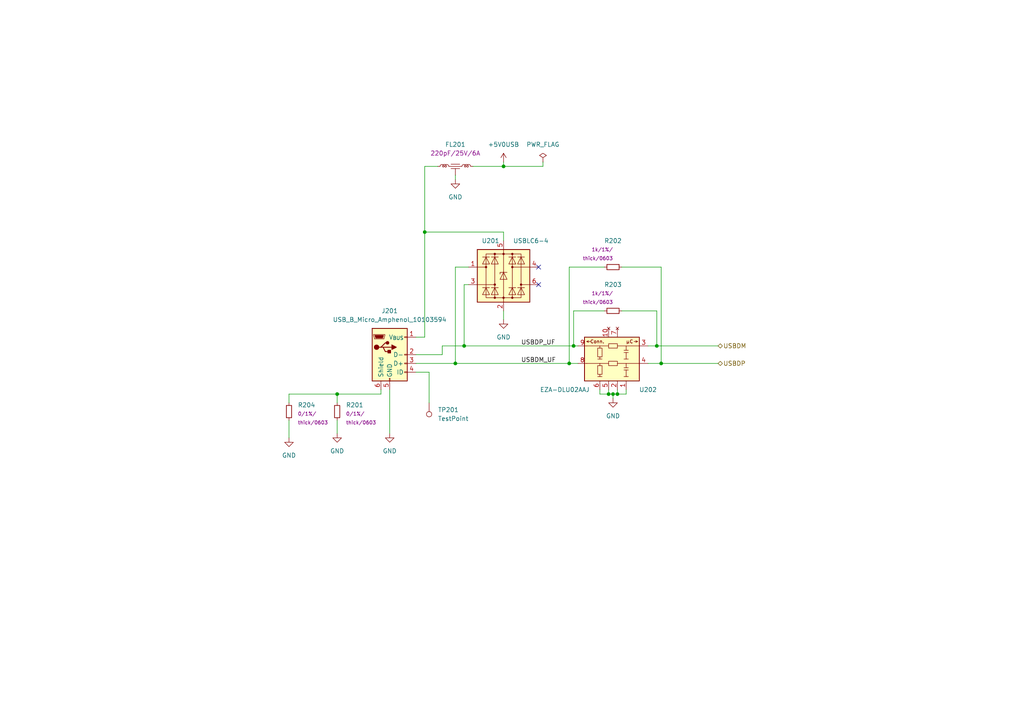
<source format=kicad_sch>
(kicad_sch (version 20211123) (generator eeschema)
  (paper "A4")
  (title_block (title "Powermeter") (date "2022-04-09") (rev "2") (company "apfau.de") (comment 1 "USB"))
  (lib_symbols
    (symbol ".commodities:R_0603_small" (pin_numbers hide) (pin_names (offset 0.254) hide)
      (property "Reference" "R" (at 0.762 0.508 0))
      (property "Params" "1k/1%/" (at 1.27 -0.635 0))
      (property "Params2" "thick/0603" (at 1.27 -1.905 0))
      (symbol "R_0603_small_0_1"
        (rectangle (start -0.762 1.778) (end 0.762 -1.778) (stroke (width 0.2032)))
      )
      (symbol "R_0603_small_1_1"
        (pin passive line (at 0 2.54 270) (length 0.762) (name "~") (number "1"))
        (pin passive line (at 0 -2.54 90) (length 0.762) (name "~") (number "2"))
      )
    )
    (symbol ".commodities:R_0_1P_thick_0603_small" (pin_numbers hide) (pin_names (offset 0.254) hide)
      (property "Reference" "R" (at 0.762 0.508 0))
      (property "Params" "0/1%/" (at 1.27 -0.635 0))
      (property "Params2" "thick/0603" (at 1.27 -1.905 0))
      (symbol "R_0_1P_thick_0603_small_0_1"
        (rectangle (start -0.762 1.778) (end 0.762 -1.778) (stroke (width 0.2032)))
      )
      (symbol "R_0_1P_thick_0603_small_1_1"
        (pin passive line (at 0 2.54 270) (length 0.762) (name "~") (number "1"))
        (pin passive line (at 0 -2.54 90) (length 0.762) (name "~") (number "2"))
      )
    )
    (symbol ".powermeter:+5V0USB" (power) (pin_names (offset 0))
      (property "Value" "+5V0USB" (at 0 3.556 0))
      (symbol "+5V0USB_0_1"
        (polyline (pts (xy -0.762 1.27) (xy 0 2.54)))
        (polyline (pts (xy 0 0) (xy 0 2.54)))
        (polyline (pts (xy 0 2.54) (xy 0.762 1.27)))
      )
      (symbol "+5V0USB_1_1"
        (pin power_in line (at 0 0 90) (length 0) hide (name "+5V0USB") (number "1"))
      )
    )
    (symbol ".powermeter:EZA-DLU02AAJ" (pin_names hide)
      (property "Reference" "U" (at -6.35 6.35 0))
      (property "Value" "EZA-DLU02AAJ" (at 2.54 6.35 0))
      (symbol "EZA-DLU02AAJ_0_0"
        (polyline (pts (xy -7.112 3.81) (xy -6.604 3.556)))
        (polyline (pts (xy -7.112 3.81) (xy -6.604 4.064)))
        (polyline (pts (xy -6.096 3.81) (xy -7.112 3.81)))
        (polyline (pts (xy 6.604 3.81) (xy 7.62 3.81)))
        (polyline (pts (xy 7.62 3.81) (xy 7.112 3.556)))
        (polyline (pts (xy 7.62 3.81) (xy 7.112 4.064)))
        (text "Conn." (at 4.572 3.81 0) (effects (font (size 0.9525 0.9525))))
        (text "µC" (at -4.826 3.81 0) (effects (font (size 0.9525 0.9525))))
      )
      (symbol "EZA-DLU02AAJ_0_1"
        (rectangle (start -7.62 5.08) (end 8.255 -7.62) (stroke (width 0.254)) (fill (type background)))
        (rectangle (start -1.27 -1.905) (end 1.27 -3.175))
        (rectangle (start -1.27 3.175) (end 1.27 1.905))
        (polyline (pts (xy -4.445 -6.35) (xy -3.175 -6.35)))
        (polyline (pts (xy -4.445 -4.445) (xy -3.175 -4.445)))
        (polyline (pts (xy -4.445 -3.81) (xy -3.175 -3.81)))
        (polyline (pts (xy -4.445 -1.27) (xy -3.175 -1.27)))
        (polyline (pts (xy -4.445 0.635) (xy -3.175 0.635)))
        (polyline (pts (xy -4.445 1.27) (xy -3.175 1.27)))
        (polyline (pts (xy -3.81 -6.35) (xy -3.81 -4.445)))
        (polyline (pts (xy -3.81 -3.81) (xy -3.81 -2.54)))
        (polyline (pts (xy -3.81 -1.27) (xy -3.81 0.635)))
        (polyline (pts (xy -3.81 1.27) (xy -3.81 2.54)))
        (polyline (pts (xy -1.27 -2.54) (xy -7.62 -2.54)))
        (polyline (pts (xy -1.27 2.54) (xy -7.62 2.54)))
        (polyline (pts (xy 1.27 -2.54) (xy 7.62 -2.54)))
        (polyline (pts (xy 1.27 2.54) (xy 7.62 2.54)))
        (polyline (pts (xy 3.175 -6.35) (xy 4.445 -6.35)))
        (polyline (pts (xy 3.175 -1.27) (xy 4.445 -1.27)))
        (polyline (pts (xy 3.81 -6.35) (xy 3.81 -5.715)))
        (polyline (pts (xy 3.81 -3.175) (xy 3.81 -2.54)))
        (polyline (pts (xy 3.81 -1.27) (xy 3.81 -0.635)))
        (polyline (pts (xy 3.81 1.905) (xy 3.81 2.54)))
        (rectangle (start 3.175 -3.175) (end 4.445 -5.715))
        (rectangle (start 3.175 1.905) (end 4.445 -0.635))
      )
      (symbol "EZA-DLU02AAJ_1_1"
        (pin passive line (at -3.81 -10.16 90) (length 2.54) (name "GND") (number "1"))
        (pin no_connect line (at 1.27 7.62 270) (length 2.54) (name "~") (number "10"))
        (pin passive line (at -1.27 -10.16 90) (length 2.54) (name "GND") (number "2"))
        (pin passive line (at -10.16 2.54 0) (length 2.54) (name "I/O1") (number "3"))
        (pin passive line (at -10.16 -2.54 0) (length 2.54) (name "I/O2") (number "4"))
        (pin passive line (at 1.27 -10.16 90) (length 2.54) (name "GND") (number "5"))
        (pin passive line (at 3.81 -10.16 90) (length 2.54) (name "GND") (number "6"))
        (pin no_connect line (at -1.27 7.62 270) (length 2.54) (name "~") (number "7"))
        (pin passive line (at 10.16 -2.54 180) (length 2.54) (name "I/O4") (number "8"))
        (pin passive line (at 10.16 2.54 180) (length 2.54) (name "I/O3") (number "9"))
      )
    )
    (symbol ".powermeter:NFE31PT221D1E9L_Filter" (pin_numbers hide) (pin_names (offset 1.016) hide)
      (property "Reference" "FL" (at 1.27 -2.54 0))
      (property "Params" "220pF/25V/6A" (at 0 2.54 0))
      (symbol "NFE31PT221D1E9L_Filter_0_1"
        (arc (start -3.7084 0) (mid -3.5052 -0.2032) (end -3.302 0))
        (arc (start -3.302 0) (mid -3.8608 0.5588) (end -4.445 0))
        (arc (start -3.048 0) (mid -2.8194 -0.2286) (end -2.5908 0))
        (arc (start -2.5908 0) (mid -3.1496 0.5588) (end -3.7338 0))
        (arc (start -1.9304 0) (mid -2.4892 0.5588) (end -3.048 0))
        (polyline (pts (xy -5.08 0) (xy -4.445 0)))
        (polyline (pts (xy -1.905 0) (xy 1.905 0)))
        (polyline (pts (xy -1.27 -0.635) (xy 1.27 -0.635)))
        (polyline (pts (xy -1.27 0.635) (xy 1.27 0.635)))
        (polyline (pts (xy 0 -2.54) (xy 0 -0.635)))
        (polyline (pts (xy 4.445 0) (xy 5.08 0)))
        (arc (start 2.6416 0) (mid 2.8448 -0.2032) (end 3.048 0))
        (arc (start 3.048 0) (mid 2.4892 0.5588) (end 1.905 0))
        (arc (start 3.302 0) (mid 3.5306 -0.2286) (end 3.7592 0))
        (arc (start 3.7592 0) (mid 3.2004 0.5588) (end 2.6162 0))
        (arc (start 4.4196 0) (mid 3.8608 0.5588) (end 3.302 0))
      )
      (symbol "NFE31PT221D1E9L_Filter_1_1"
        (pin passive line (at -5.08 0 0) (length 0) (name "~") (number "1"))
        (pin passive line (at 0 -2.54 90) (length 0) (name "~") (number "2"))
        (pin passive line (at 5.08 0 180) (length 0) (name "~") (number "3"))
      )
    )
    (symbol ".powermeter:USBLC6-4" (pin_names hide)
      (property "Reference" "U" (at 2.54 8.89 0))
      (property "Value" "USBLC6-4" (at 2.54 -8.89 0))
      (symbol "USBLC6-4_0_1"
        (rectangle (start -7.62 -7.62) (end 7.62 7.62) (stroke (width 0.254)) (fill (type background)))
        (circle (center -5.08 2.54) (radius 0.254) (fill (type outline)))
        (circle (center -2.54 -6.35) (radius 0.254) (fill (type outline)))
        (circle (center -2.54 -2.54) (radius 0.254) (fill (type outline)))
        (circle (center -2.54 6.35) (radius 0.254) (fill (type outline)))
        (rectangle (start -2.54 6.35) (end 2.54 -6.35))
        (circle (center 0 -6.35) (radius 0.254) (fill (type outline)))
        (polyline (pts (xy -5.08 2.54) (xy -7.62 2.54)))
        (polyline (pts (xy -4.064 -3.429) (xy -6.096 -3.429)))
        (polyline (pts (xy -4.064 5.461) (xy -6.096 5.461)))
        (polyline (pts (xy -2.54 -2.54) (xy -7.62 -2.54)))
        (polyline (pts (xy -1.524 -3.429) (xy -3.556 -3.429)))
        (polyline (pts (xy -1.524 5.461) (xy -3.556 5.461)))
        (polyline (pts (xy 0 -7.62) (xy 0 -6.35)))
        (polyline (pts (xy 0 -6.35) (xy 0 1.27)))
        (polyline (pts (xy 0 1.27) (xy 0 6.35)))
        (polyline (pts (xy 0 6.35) (xy 0 7.62)))
        (polyline (pts (xy 1.524 -3.429) (xy 3.556 -3.429)))
        (polyline (pts (xy 1.524 5.461) (xy 3.556 5.461)))
        (polyline (pts (xy 2.54 2.54) (xy 7.62 2.54)))
        (polyline (pts (xy 4.064 -3.429) (xy 6.096 -3.429)))
        (polyline (pts (xy 4.064 5.461) (xy 6.096 5.461)))
        (polyline (pts (xy 5.08 -2.54) (xy 7.62 -2.54)))
        (polyline (pts (xy -6.096 -5.461) (xy -4.064 -5.461) (xy -5.08 -3.429) (xy -6.096 -5.461)))
        (polyline (pts (xy -6.096 3.429) (xy -4.064 3.429) (xy -5.08 5.461) (xy -6.096 3.429)))
        (polyline (pts (xy -3.556 -5.461) (xy -1.524 -5.461) (xy -2.54 -3.429) (xy -3.556 -5.461)))
        (polyline (pts (xy -3.556 3.429) (xy -1.524 3.429) (xy -2.54 5.461) (xy -3.556 3.429)))
        (polyline (pts (xy -2.54 6.35) (xy -5.08 6.35) (xy -5.08 -6.35) (xy -2.54 -6.35)))
        (polyline (pts (xy -1.016 -1.016) (xy 1.016 -1.016) (xy 0 1.016) (xy -1.016 -1.016)))
        (polyline (pts (xy 1.016 1.016) (xy 0.762 1.016) (xy -1.016 1.016) (xy -1.016 0.508)))
        (polyline (pts (xy 2.54 6.35) (xy 5.08 6.35) (xy 5.08 -6.35) (xy 2.54 -6.35)))
        (polyline (pts (xy 3.556 -5.461) (xy 1.524 -5.461) (xy 2.54 -3.429) (xy 3.556 -5.461)))
        (polyline (pts (xy 3.556 3.429) (xy 1.524 3.429) (xy 2.54 5.461) (xy 3.556 3.429)))
        (polyline (pts (xy 6.096 -5.461) (xy 4.064 -5.461) (xy 5.08 -3.429) (xy 6.096 -5.461)))
        (polyline (pts (xy 6.096 3.429) (xy 4.064 3.429) (xy 5.08 5.461) (xy 6.096 3.429)))
        (circle (center 0 6.35) (radius 0.254) (fill (type outline)))
        (circle (center 2.54 -6.35) (radius 0.254) (fill (type outline)))
        (circle (center 2.54 2.54) (radius 0.254) (fill (type outline)))
        (circle (center 2.54 6.35) (radius 0.254) (fill (type outline)))
        (circle (center 5.08 -2.54) (radius 0.254) (fill (type outline)))
      )
      (symbol "USBLC6-4_1_1"
        (pin passive line (at -10.16 2.54 0) (length 2.54) (name "I/O1") (number "1"))
        (pin passive line (at 0 -10.16 90) (length 2.54) (name "GND") (number "2"))
        (pin passive line (at -10.16 -2.54 0) (length 2.54) (name "I/O2") (number "3"))
        (pin passive line (at 10.16 2.54 180) (length 2.54) (name "I/O3") (number "4"))
        (pin passive line (at 0 10.16 270) (length 2.54) (name "VBUS") (number "5"))
        (pin passive line (at 10.16 -2.54 180) (length 2.54) (name "I/O4") (number "6"))
      )
    )
    (symbol ".powermeter:USB_B_Micro_Amphenol_10103594" (pin_names (offset 1.016))
      (property "Reference" "J" (at -5.08 11.43 0))
      (property "Value" "USB_B_Micro_Amphenol_10103594" (at -5.08 8.89 0))
      (symbol "USB_B_Micro_Amphenol_10103594_0_1"
        (rectangle (start -5.08 -7.62) (end 5.08 7.62) (stroke (width 0.254)) (fill (type background)))
        (circle (center -3.81 2.159) (radius 0.635) (stroke (width 0.254)) (fill (type outline)))
        (circle (center -0.635 3.429) (radius 0.381) (stroke (width 0.254)) (fill (type outline)))
        (rectangle (start -0.127 -7.62) (end 0.127 -6.858))
        (polyline (pts (xy -1.905 2.159) (xy 0.635 2.159)) (stroke (width 0.254)))
        (polyline (pts (xy -3.175 2.159) (xy -2.54 2.159) (xy -1.27 3.429) (xy -0.635 3.429)) (stroke (width 0.254)))
        (polyline (pts (xy -2.54 2.159) (xy -1.905 2.159) (xy -1.27 0.889) (xy 0 0.889)) (stroke (width 0.254)))
        (polyline (pts (xy 0.635 2.794) (xy 0.635 1.524) (xy 1.905 2.159) (xy 0.635 2.794)) (stroke (width 0.254)) (fill (type outline)))
        (polyline (pts (xy -4.318 5.588) (xy -1.778 5.588) (xy -2.032 4.826) (xy -4.064 4.826) (xy -4.318 5.588)) (fill (type outline)))
        (polyline (pts (xy -4.699 5.842) (xy -4.699 5.588) (xy -4.445 4.826) (xy -4.445 4.572) (xy -1.651 4.572) (xy -1.651 4.826) (xy -1.397 5.588) (xy -1.397 5.842) (xy -4.699 5.842)))
        (rectangle (start 0.254 1.27) (end -0.508 0.508) (stroke (width 0.254)) (fill (type outline)))
        (rectangle (start 5.08 -5.207) (end 4.318 -4.953))
        (rectangle (start 5.08 -2.667) (end 4.318 -2.413))
        (rectangle (start 5.08 -0.127) (end 4.318 0.127))
        (rectangle (start 5.08 4.953) (end 4.318 5.207))
      )
      (symbol "USB_B_Micro_Amphenol_10103594_1_1"
        (pin power_out line (at 7.62 5.08 180) (length 2.54) (name "V_{BUS}") (number "1"))
        (pin bidirectional line (at 7.62 0 180) (length 2.54) (name "D-") (number "2"))
        (pin bidirectional line (at 7.62 -2.54 180) (length 2.54) (name "D+") (number "3"))
        (pin passive line (at 7.62 -5.08 180) (length 2.54) (name "ID") (number "4"))
        (pin power_out line (at 0 -10.16 90) (length 2.54) (name "GND") (number "5"))
        (pin passive line (at -2.54 -10.16 90) (length 2.54) (name "Shield") (number "6"))
      )
    )
    (symbol "Connector:TestPoint" (pin_numbers hide) (pin_names (offset 0.762) hide)
      (property "Reference" "TP" (at 0 6.858 0))
      (property "Value" "TestPoint" (at 0 5.08 0))
      (symbol "TestPoint_0_1"
        (circle (center 0 3.302) (radius 0.762))
      )
      (symbol "TestPoint_1_1"
        (pin passive line (at 0 0 90) (length 2.54) (name "1") (number "1"))
      )
    )
    (symbol "power:GND" (power) (pin_names (offset 0))
      (property "Value" "GND" (at 0 -3.81 0))
      (symbol "GND_0_1"
        (polyline (pts (xy 0 0) (xy 0 -1.27) (xy 1.27 -1.27) (xy 0 -2.54) (xy -1.27 -1.27) (xy 0 -1.27)))
      )
      (symbol "GND_1_1"
        (pin power_in line (at 0 0 270) (length 0) hide (name "GND") (number "1"))
      )
    )
    (symbol "power:PWR_FLAG" (power) (pin_numbers hide) (pin_names (offset 0) hide)
      (property "Value" "PWR_FLAG" (at 0 3.81 0))
      (symbol "PWR_FLAG_0_0"
        (pin power_out line (at 0 0 90) (length 0) (name "pwr") (number "1"))
      )
      (symbol "PWR_FLAG_0_1"
        (polyline (pts (xy 0 0) (xy 0 1.27) (xy -1.016 1.905) (xy 0 2.54) (xy 1.016 1.905) (xy 0 1.27)))
      )
    )
  )
  (junction (at 166.37 100.33))
  (junction (at 165.1 105.41))
  (junction (at 132.08 105.41))
  (junction (at 134.62 100.33))
  (junction (at 179.07 114.3))
  (junction (at 97.79 114.3))
  (junction (at 123.19 67.31))
  (junction (at 191.77 105.41))
  (junction (at 177.8 114.3))
  (junction (at 190.5 100.33))
  (junction (at 146.05 48.26))
  (junction (at 176.53 114.3))
  (no_connect (at 156.21 77.47))
  (no_connect (at 156.21 82.55))
  (wire (pts (xy 177.8 114.3) (xy 179.07 114.3)))
  (wire (pts (xy 97.79 114.3) (xy 110.49 114.3)))
  (wire (pts (xy 179.07 114.3) (xy 181.61 114.3)))
  (wire (pts (xy 146.05 67.31) (xy 123.19 67.31)))
  (wire (pts (xy 177.8 114.3) (xy 177.8 115.57)))
  (wire (pts (xy 83.82 114.3) (xy 97.79 114.3)))
  (wire (pts (xy 113.03 113.03) (xy 113.03 125.73)))
  (wire (pts (xy 146.05 46.99) (xy 146.05 48.26)))
  (wire (pts (xy 128.27 102.87) (xy 128.27 100.33)))
  (wire (pts (xy 120.65 97.79) (xy 123.19 97.79)))
  (wire (pts (xy 135.89 82.55) (xy 134.62 82.55)))
  (wire (pts (xy 166.37 100.33) (xy 167.64 100.33)))
  (wire (pts (xy 120.65 102.87) (xy 128.27 102.87)))
  (wire (pts (xy 191.77 105.41) (xy 208.28 105.41)))
  (wire (pts (xy 97.79 121.92) (xy 97.79 125.73)))
  (wire (pts (xy 166.37 90.17) (xy 175.26 90.17)))
  (wire (pts (xy 83.82 116.84) (xy 83.82 114.3)))
  (wire (pts (xy 187.96 105.41) (xy 191.77 105.41)))
  (wire (pts (xy 165.1 105.41) (xy 167.64 105.41)))
  (wire (pts (xy 173.99 113.03) (xy 173.99 114.3)))
  (wire (pts (xy 97.79 116.84) (xy 97.79 114.3)))
  (wire (pts (xy 191.77 77.47) (xy 191.77 105.41)))
  (wire (pts (xy 120.65 105.41) (xy 132.08 105.41)))
  (wire (pts (xy 134.62 100.33) (xy 166.37 100.33)))
  (wire (pts (xy 123.19 67.31) (xy 123.19 97.79)))
  (wire (pts (xy 166.37 100.33) (xy 166.37 90.17)))
  (wire (pts (xy 132.08 50.8) (xy 132.08 52.07)))
  (wire (pts (xy 146.05 92.71) (xy 146.05 90.17)))
  (wire (pts (xy 132.08 105.41) (xy 165.1 105.41)))
  (wire (pts (xy 135.89 77.47) (xy 132.08 77.47)))
  (wire (pts (xy 132.08 77.47) (xy 132.08 105.41)))
  (wire (pts (xy 110.49 114.3) (xy 110.49 113.03)))
  (wire (pts (xy 128.27 100.33) (xy 134.62 100.33)))
  (wire (pts (xy 123.19 48.26) (xy 127 48.26)))
  (wire (pts (xy 187.96 100.33) (xy 190.5 100.33)))
  (wire (pts (xy 146.05 69.85) (xy 146.05 67.31)))
  (wire (pts (xy 137.16 48.26) (xy 146.05 48.26)))
  (wire (pts (xy 123.19 48.26) (xy 123.19 67.31)))
  (wire (pts (xy 83.82 121.92) (xy 83.82 127)))
  (wire (pts (xy 190.5 90.17) (xy 190.5 100.33)))
  (wire (pts (xy 120.65 107.95) (xy 124.46 107.95)))
  (wire (pts (xy 179.07 113.03) (xy 179.07 114.3)))
  (wire (pts (xy 134.62 82.55) (xy 134.62 100.33)))
  (wire (pts (xy 124.46 107.95) (xy 124.46 116.84)))
  (wire (pts (xy 173.99 114.3) (xy 176.53 114.3)))
  (wire (pts (xy 176.53 114.3) (xy 177.8 114.3)))
  (wire (pts (xy 181.61 114.3) (xy 181.61 113.03)))
  (wire (pts (xy 165.1 105.41) (xy 165.1 77.47)))
  (wire (pts (xy 157.48 48.26) (xy 146.05 48.26)))
  (wire (pts (xy 176.53 113.03) (xy 176.53 114.3)))
  (wire (pts (xy 157.48 46.99) (xy 157.48 48.26)))
  (wire (pts (xy 180.34 77.47) (xy 191.77 77.47)))
  (wire (pts (xy 180.34 90.17) (xy 190.5 90.17)))
  (wire (pts (xy 165.1 77.47) (xy 175.26 77.47)))
  (wire (pts (xy 190.5 100.33) (xy 208.28 100.33)))
  (label "USBDM_UF" (at 151.13 105.41 0))
  (label "USBDP_UF" (at 151.13 100.33 0))
  (hierarchical_label "USBDP" (shape bidirectional) (at 208.28 105.41 0))
  (hierarchical_label "USBDM" (shape bidirectional) (at 208.28 100.33 0))
  (symbol (lib_id ".commodities:R_0603_small") (at 177.8 90.17 90) (unit 1) (in_bom no)
    (property "Reference" "R203" (at 177.8 82.55 90))
    (property "Value" "DNP" (effects hide))
    (property "Footprint" "Resistor_SMD:R_0603_1608Metric" (effects hide))
    (property "Params" "1k/1%/" (at 177.8 85.09 90) (effects (font (size 1.016 1.016)) (justify left)))
    (property "Params2" "thick/0603" (at 177.8 87.63 90) (effects (font (size 1.016 1.016)) (justify left)))
  )
  (symbol (lib_id ".powermeter:USB_B_Micro_Amphenol_10103594") (at 113.03 102.87 0) (unit 1)
    (property "Reference" "J201" (at 113.03 90.17 0))
    (property "Value" "USB_B_Micro_Amphenol_10103594" (at 113.03 92.71 0))
    (property "Footprint" ".powermeter:USB_Micro-B_Amphenol_10103594-0001LF_Horizontal" (effects hide))
  )
  (symbol (lib_id "power:GND") (at 177.8 115.57 0) (unit 1)
    (property "Reference" "#PWR0206" (effects hide))
    (property "Value" "GND" (at 177.8 120.65 0))
  )
  (symbol (lib_id ".powermeter:NFE31PT221D1E9L_Filter") (at 132.08 48.26 0) (unit 1)
    (property "Reference" "FL201" (at 132.08 41.91 0))
    (property "Value" "NFE31PT221D1E9L_Filter" (effects hide))
    (property "Footprint" ".powermeter:NFE31PT221D1E9L" (effects hide))
    (property "Datasheet" "https://www.murata.com/en-global/products/productdetail?partno=NFE31ZT101C1E9%23" (effects hide))
    (property "Params" "220pF/25V/6A" (at 132.08 44.45 0))
  )
  (symbol (lib_id "power:PWR_FLAG") (at 157.48 46.99 0) (unit 1)
    (property "Reference" "#FLG0201" (effects hide))
    (property "Value" "PWR_FLAG" (at 157.48 41.91 0))
  )
  (symbol (lib_id "power:GND") (at 132.08 52.07 0) (unit 1)
    (property "Reference" "#PWR0203" (effects hide))
    (property "Value" "GND" (at 132.08 57.15 0))
  )
  (symbol (lib_id "power:GND") (at 113.03 125.73 0) (unit 1)
    (property "Reference" "#PWR0202" (effects hide))
    (property "Value" "GND" (at 113.03 130.81 0))
  )
  (symbol (lib_id ".powermeter:EZA-DLU02AAJ") (at 177.8 102.87 0) (mirror y) (unit 1)
    (property "Reference" "U202" (at 187.96 113.03 0))
    (property "Value" "EZA-DLU02AAJ" (at 163.83 113.03 0))
    (property "Footprint" ".powermeter:EZA-DLU" (effects hide))
    (property "Datasheet" "https://media.digikey.com/pdf/Data%20Sheets/Panasonic%20Resistors%20Thermistors%20PDFs/EZA-DLU.pdf" (effects hide))
  )
  (symbol (lib_id ".powermeter:USBLC6-4") (at 146.05 80.01 0) (unit 1)
    (property "Reference" "U201" (at 139.7 69.85 0) (effects (justify left)))
    (property "Value" "USBLC6-4" (at 148.8187 69.85 0) (effects (justify left)))
    (property "Footprint" "Package_TO_SOT_SMD:SOT-23-6" (effects hide))
    (property "Datasheet" "https://www.st.com/resource/en/datasheet/usblc6-4.pdf" (effects hide))
  )
  (symbol (lib_id "power:GND") (at 83.82 127 0) (unit 1)
    (property "Reference" "#PWR0207" (effects hide))
    (property "Value" "GND" (at 83.82 132.08 0))
  )
  (symbol (lib_id "Connector:TestPoint") (at 124.46 116.84 180) (unit 1)
    (property "Reference" "TP201" (at 127 118.8719 0) (effects (justify right)))
    (property "Value" "TestPoint" (at 127 121.4119 0) (effects (justify right)))
    (property "Footprint" "TestPoint:TestPoint_Pad_D1.0mm" (effects hide))
  )
  (symbol (lib_id ".powermeter:+5V0USB") (at 146.05 46.99 0) (unit 1)
    (property "Reference" "#PWR0205" (effects hide))
    (property "Value" "+5V0USB" (at 146.05 41.91 0))
  )
  (symbol (lib_id "power:GND") (at 97.79 125.73 0) (unit 1)
    (property "Reference" "#PWR0201" (effects hide))
    (property "Value" "GND" (at 97.79 130.81 0))
  )
  (symbol (lib_id ".commodities:R_0603_small") (at 177.8 77.47 90) (unit 1) (in_bom no)
    (property "Reference" "R202" (at 177.8 69.85 90))
    (property "Value" "DNP" (effects hide))
    (property "Footprint" "Resistor_SMD:R_0603_1608Metric" (effects hide))
    (property "Params" "1k/1%/" (at 177.8 72.39 90) (effects (font (size 1.016 1.016)) (justify left)))
    (property "Params2" "thick/0603" (at 177.8 74.93 90) (effects (font (size 1.016 1.016)) (justify left)))
  )
  (symbol (lib_id ".commodities:R_0_1P_thick_0603_small") (at 83.82 119.38 0) (unit 1)
    (property "Reference" "R204" (at 86.36 117.4749 0) (effects (justify left)))
    (property "Value" "R_0_1P_thick_0603_small" (effects hide))
    (property "Footprint" "Resistor_SMD:R_0603_1608Metric" (effects hide))
    (property "Params" "0/1%/" (at 86.36 120.015 0) (effects (font (size 1.016 1.016)) (justify left)))
    (property "Params2" "thick/0603" (at 86.36 122.555 0) (effects (font (size 1.016 1.016)) (justify left)))
  )
  (symbol (lib_id "power:GND") (at 146.05 92.71 0) (unit 1)
    (property "Reference" "#PWR0204" (effects hide))
    (property "Value" "GND" (at 146.05 97.79 0))
  )
  (symbol (lib_id ".commodities:R_0_1P_thick_0603_small") (at 97.79 119.38 0) (unit 1)
    (property "Reference" "R201" (at 100.33 117.4749 0) (effects (justify left)))
    (property "Value" "R_0_1P_thick_0603_small" (effects hide))
    (property "Footprint" "Resistor_SMD:R_0603_1608Metric" (effects hide))
    (property "Params" "0/1%/" (at 100.33 120.015 0) (effects (font (size 1.016 1.016)) (justify left)))
    (property "Params2" "thick/0603" (at 100.33 122.555 0) (effects (font (size 1.016 1.016)) (justify left)))
  )
)
</source>
